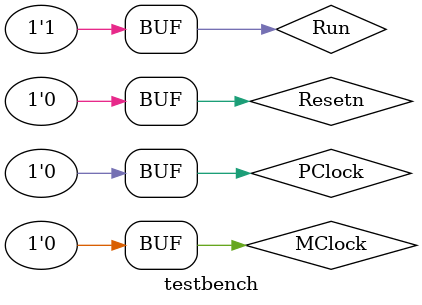
<source format=v>
`timescale 1ns / 1ps

module testbench ();
	reg MClock, PClock, Run, Resetn;
	
	wire [8:0] DIN;
	wire Done;
	wire [8:0] BusWires;
	wire [4:0] address; 
	
	proc p1 (PClock, Resetn, Run, DIN, Done, BusWires);
	
	//Rom instantiate
	inst_mem rom (address, MClock, DIN);
	
	//counter instantiate
	counter count (MClock, Resetn, address);
	
	initial 
	begin
		Run <= 1'b1; Resetn <= 1'b1;
		#20 Resetn <= 1'b0;
	end // initial

	initial begin
		MClock <= 1'b0; PClock <= 1'b0;
		#10 MClock <= 1'b1; PClock <= 1'b1;		// MClock, PClock
		#10 MClock <= 1'b0; PClock <= 1'b0;
		#10 MClock <= 1'b1;							// MClock
		#10 MClock <= 1'b0;
		#10 PClock <= 1'b1;							// PClock
		#10 PClock <= 1'b0; MClock <= 1'b1;
		#10 MClock <= 1'b0; PClock <= 1'b1;		// MClock, PClock
		#10 MClock <= 1'b1; PClock <= 1'b0;
		#10 PClock <= 1'b0;							// PClock
		#10 PClock <= 1'b0;
		#10 MClock <= 1'b1; PClock <= 1'b1;		// MClock, PClock
		#10 MClock <= 1'b0; PClock <= 1'b0;
		#10 PClock <= 1'b1;							// PClock
		#10 PClock <= 1'b0;
		#10 PClock <= 1'b1;							// PClock
		#10 PClock <= 1'b0;
		#10 PClock <= 1'b1;							// PClock
		#10 PClock <= 1'b0;
		#10 MClock <= 1'b1; PClock <= 1'b1;		// MClock, PClock
		#10 MClock <= 1'b0; PClock <= 1'b0;
		#10 PClock <= 1'b1;							// PClock
		#10 PClock <= 1'b0;
		#10 PClock <= 1'b1;							// PClock
		#10 PClock <= 1'b0;
		#10 PClock <= 1'b1;							// PClock
		#10 PClock <= 1'b0;
		#10 MClock <= 1'b1; PClock <= 1'b1;		// MClock, PClock
		#10 MClock <= 1'b0; PClock <= 1'b0;
		#10 PClock <= 1'b1;							// PClock
		#10 PClock <= 1'b0;
		#10 PClock <= 1'b1;							// PClock
		#10 PClock <= 1'b0;
		#10 PClock <= 1'b1;							// PClock
		#10 PClock <= 1'b0;
		#10 MClock <= 1'b1; PClock <= 1'b1;		// MClock, PClock
		#10 MClock <= 1'b0; PClock <= 1'b0;
		#10 PClock <= 1'b1;							// PClock
		#10 PClock <= 1'b0;
		#10 PClock <= 1'b1;							// PClock
		#10 PClock <= 1'b0;
	end // initial
endmodule
</source>
